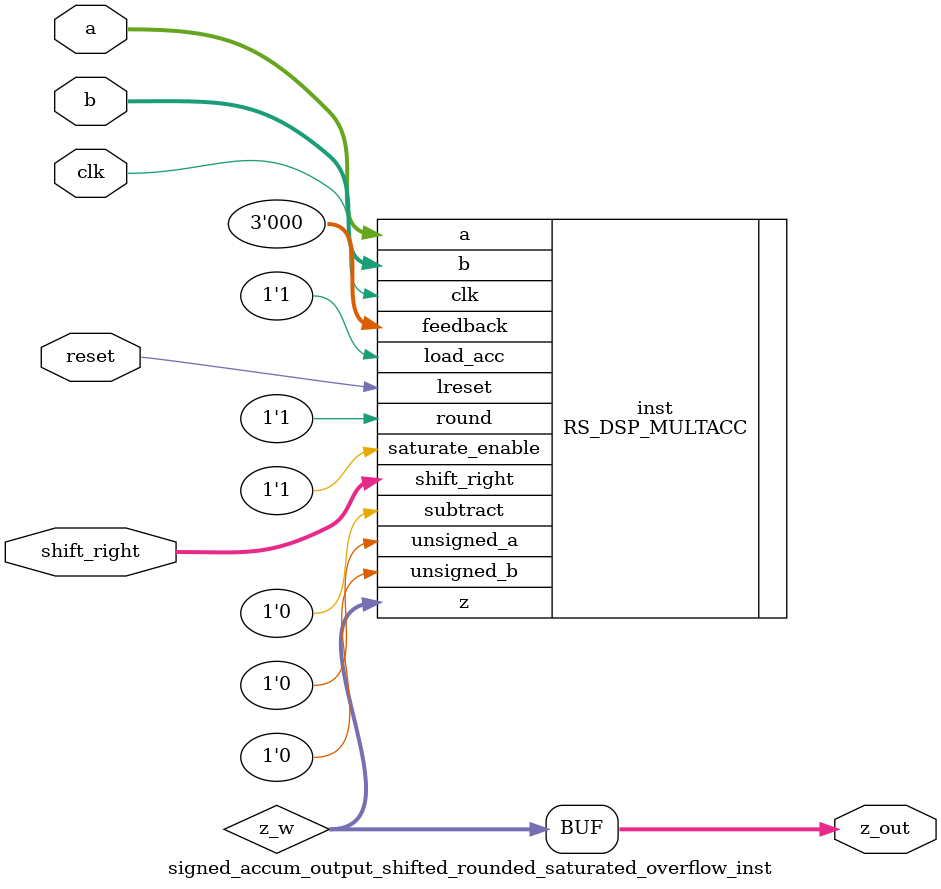
<source format=sv>
module signed_accum_output_shifted_rounded_saturated_overflow_inst (
	input  wire [19:0] a,
    input  wire [17:0] b,
    input  wire [5:0] shift_right,
	input wire clk, reset,
    output wire [37:0] z_out
    );

    parameter [79:0] MODE_BITS = 80'd0;
    
    wire [37:0] z_w;
	//wire reset;
	RS_DSP_MULTACC #(
    .MODE_BITS(80'h00000000000000000000)) 
        inst(.a(a), .b(b), .z(z_w),. clk(clk), .lreset(reset),. load_acc(1'b1) ,. feedback(3'd0),
        .unsigned_a(1'b0), .unsigned_b(1'b0), . saturate_enable(1'b1),. shift_right(shift_right),
        . round(1'b1),.subtract(1'b0));
	
    assign z_out = z_w;

endmodule
</source>
